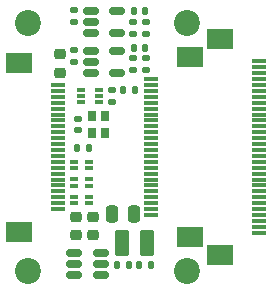
<source format=gts>
%TF.GenerationSoftware,KiCad,Pcbnew,7.0.9*%
%TF.CreationDate,2024-09-28T05:56:50+08:00*%
%TF.ProjectId,cameraadapt,63616d65-7261-4616-9461-70742e6b6963,rev?*%
%TF.SameCoordinates,Original*%
%TF.FileFunction,Soldermask,Top*%
%TF.FilePolarity,Negative*%
%FSLAX46Y46*%
G04 Gerber Fmt 4.6, Leading zero omitted, Abs format (unit mm)*
G04 Created by KiCad (PCBNEW 7.0.9) date 2024-09-28 05:56:50*
%MOMM*%
%LPD*%
G01*
G04 APERTURE LIST*
G04 Aperture macros list*
%AMRoundRect*
0 Rectangle with rounded corners*
0 $1 Rounding radius*
0 $2 $3 $4 $5 $6 $7 $8 $9 X,Y pos of 4 corners*
0 Add a 4 corners polygon primitive as box body*
4,1,4,$2,$3,$4,$5,$6,$7,$8,$9,$2,$3,0*
0 Add four circle primitives for the rounded corners*
1,1,$1+$1,$2,$3*
1,1,$1+$1,$4,$5*
1,1,$1+$1,$6,$7*
1,1,$1+$1,$8,$9*
0 Add four rect primitives between the rounded corners*
20,1,$1+$1,$2,$3,$4,$5,0*
20,1,$1+$1,$4,$5,$6,$7,0*
20,1,$1+$1,$6,$7,$8,$9,0*
20,1,$1+$1,$8,$9,$2,$3,0*%
G04 Aperture macros list end*
%ADD10RoundRect,0.135000X0.135000X0.185000X-0.135000X0.185000X-0.135000X-0.185000X0.135000X-0.185000X0*%
%ADD11C,2.200000*%
%ADD12R,1.300000X0.300000*%
%ADD13R,2.200000X1.800000*%
%ADD14R,0.800000X0.900000*%
%ADD15RoundRect,0.015000X0.275000X-0.135000X0.275000X0.135000X-0.275000X0.135000X-0.275000X-0.135000X0*%
%ADD16RoundRect,0.140000X-0.140000X-0.170000X0.140000X-0.170000X0.140000X0.170000X-0.140000X0.170000X0*%
%ADD17RoundRect,0.140000X-0.170000X0.140000X-0.170000X-0.140000X0.170000X-0.140000X0.170000X0.140000X0*%
%ADD18RoundRect,0.135000X-0.185000X0.135000X-0.185000X-0.135000X0.185000X-0.135000X0.185000X0.135000X0*%
%ADD19RoundRect,0.135000X0.185000X-0.135000X0.185000X0.135000X-0.185000X0.135000X-0.185000X-0.135000X0*%
%ADD20RoundRect,0.250000X-0.375000X-0.850000X0.375000X-0.850000X0.375000X0.850000X-0.375000X0.850000X0*%
%ADD21RoundRect,0.150000X0.512500X0.150000X-0.512500X0.150000X-0.512500X-0.150000X0.512500X-0.150000X0*%
%ADD22R,0.700000X0.340000*%
%ADD23RoundRect,0.225000X0.250000X-0.225000X0.250000X0.225000X-0.250000X0.225000X-0.250000X-0.225000X0*%
%ADD24RoundRect,0.250000X0.250000X0.475000X-0.250000X0.475000X-0.250000X-0.475000X0.250000X-0.475000X0*%
%ADD25RoundRect,0.150000X-0.512500X-0.150000X0.512500X-0.150000X0.512500X0.150000X-0.512500X0.150000X0*%
%ADD26RoundRect,0.218750X0.256250X-0.218750X0.256250X0.218750X-0.256250X0.218750X-0.256250X-0.218750X0*%
%ADD27RoundRect,0.135000X-0.135000X-0.185000X0.135000X-0.185000X0.135000X0.185000X-0.135000X0.185000X0*%
%ADD28RoundRect,0.218750X-0.256250X0.218750X-0.256250X-0.218750X0.256250X-0.218750X0.256250X0.218750X0*%
G04 APERTURE END LIST*
D10*
%TO.C,R13*%
X-1590000Y-100000D03*
X-2610000Y-100000D03*
%TD*%
D11*
%TO.C,H4*%
X6750000Y10500000D03*
%TD*%
D12*
%TO.C,J5*%
X-4200001Y5250000D03*
X-4200001Y4750000D03*
X-4200001Y4250000D03*
X-4200001Y3750000D03*
X-4200001Y3250000D03*
X-4200001Y2750000D03*
X-4200001Y2250000D03*
X-4200001Y1750000D03*
X-4200001Y1250000D03*
X-4200001Y750000D03*
X-4200001Y250000D03*
X-4200001Y-250000D03*
X-4200001Y-750000D03*
X-4200001Y-1250000D03*
X-4200001Y-1750000D03*
X-4200001Y-2250000D03*
X-4200001Y-2750000D03*
X-4200001Y-3250000D03*
X-4200001Y-3750000D03*
X-4200001Y-4250000D03*
X-4200001Y-4750000D03*
X-4200001Y-5250000D03*
D13*
X-7450001Y7150000D03*
X-7450001Y-7150000D03*
%TD*%
D14*
%TO.C,X1*%
X-1350000Y2600000D03*
X-1350000Y1200000D03*
X-250000Y1200000D03*
X-250000Y2600000D03*
%TD*%
D15*
%TO.C,L4*%
X-2855000Y-1775000D03*
X-1545000Y-1775000D03*
X-1545000Y-1225000D03*
X-2855000Y-1225000D03*
%TD*%
D11*
%TO.C,H1*%
X-6750000Y10500000D03*
%TD*%
D16*
%TO.C,C6*%
X2220000Y11500000D03*
X3180000Y11500000D03*
%TD*%
D17*
%TO.C,C4*%
X-2800000Y11580000D03*
X-2800000Y10620000D03*
%TD*%
D15*
%TO.C,L3*%
X-2855000Y-3275000D03*
X-1545000Y-3275000D03*
X-1545000Y-2725000D03*
X-2855000Y-2725000D03*
%TD*%
D18*
%TO.C,R7*%
X400000Y4810000D03*
X400000Y3790000D03*
%TD*%
D19*
%TO.C,R4*%
X3300000Y9590000D03*
X3300000Y10610000D03*
%TD*%
D18*
%TO.C,R3*%
X2200000Y10610000D03*
X2200000Y9590000D03*
%TD*%
D17*
%TO.C,C3*%
X-2500000Y2380000D03*
X-2500000Y1420000D03*
%TD*%
D20*
%TO.C,L6*%
X1225000Y-8100000D03*
X3375000Y-8100000D03*
%TD*%
D21*
%TO.C,U1*%
X-562500Y-10850000D03*
X-562500Y-9900000D03*
X-562500Y-8950000D03*
X-2837500Y-8950000D03*
X-2837500Y-9900000D03*
X-2837500Y-10850000D03*
%TD*%
D17*
%TO.C,C5*%
X-2800000Y8180000D03*
X-2800000Y7220000D03*
%TD*%
D18*
%TO.C,R5*%
X2200000Y7510000D03*
X2200000Y6490000D03*
%TD*%
D22*
%TO.C,Q1*%
X-750000Y3800000D03*
X-750000Y4300000D03*
X-750000Y4800000D03*
X-2250000Y4800000D03*
X-2250000Y4300000D03*
X-2250000Y3800000D03*
%TD*%
D10*
%TO.C,R1*%
X3700000Y-10000000D03*
X2680000Y-10000000D03*
%TD*%
D23*
%TO.C,C1*%
X-1200000Y-5925000D03*
X-1200000Y-7475000D03*
%TD*%
D12*
%TO.C,J1*%
X12800000Y7250000D03*
X12800000Y6750000D03*
X12800000Y6250000D03*
X12800000Y5750000D03*
X12800000Y5250000D03*
X12800000Y4750000D03*
X12800000Y4250000D03*
X12800000Y3750000D03*
X12800000Y3250000D03*
X12800000Y2750000D03*
X12800000Y2250000D03*
X12800000Y1750000D03*
X12800000Y1250000D03*
X12800000Y750000D03*
X12800000Y250000D03*
X12800000Y-250000D03*
X12800000Y-750000D03*
X12800000Y-1250000D03*
X12800000Y-1750000D03*
X12800000Y-2250000D03*
X12800000Y-2750000D03*
X12800000Y-3250000D03*
X12800000Y-3750000D03*
X12800000Y-4250000D03*
X12800000Y-4750000D03*
X12800000Y-5250000D03*
X12800000Y-5750000D03*
X12800000Y-6250000D03*
X12800000Y-6750000D03*
X12800000Y-7250000D03*
D13*
X9550000Y9150000D03*
X9550000Y-9150000D03*
%TD*%
D24*
%TO.C,C2*%
X2250000Y-5700000D03*
X350000Y-5700000D03*
%TD*%
D25*
%TO.C,U4*%
X-1437500Y8150000D03*
X-1437500Y7200000D03*
X-1437500Y6250000D03*
X837500Y6250000D03*
X837500Y8150000D03*
%TD*%
D16*
%TO.C,C7*%
X2220000Y8400000D03*
X3180000Y8400000D03*
%TD*%
D11*
%TO.C,H2*%
X6750000Y-10500000D03*
%TD*%
D19*
%TO.C,R6*%
X3300000Y6490000D03*
X3300000Y7510000D03*
%TD*%
D10*
%TO.C,R2*%
X1810000Y-10000000D03*
X790000Y-10000000D03*
%TD*%
D15*
%TO.C,L2*%
X-2855000Y-4775000D03*
X-1545000Y-4775000D03*
X-1545000Y-4225000D03*
X-2855000Y-4225000D03*
%TD*%
D26*
%TO.C,L5*%
X-4000000Y6312500D03*
X-4000000Y7887500D03*
%TD*%
D27*
%TO.C,R8*%
X1280000Y4800000D03*
X2300000Y4800000D03*
%TD*%
D12*
%TO.C,J2*%
X3700000Y-5750000D03*
X3700000Y-5250000D03*
X3700000Y-4750000D03*
X3700000Y-4250000D03*
X3700000Y-3750000D03*
X3700000Y-3250000D03*
X3700000Y-2750000D03*
X3700000Y-2250000D03*
X3700000Y-1750000D03*
X3700000Y-1250000D03*
X3700000Y-750000D03*
X3700000Y-250000D03*
X3700000Y250000D03*
X3700000Y750000D03*
X3700000Y1250000D03*
X3700000Y1750000D03*
X3700000Y2250000D03*
X3700000Y2750000D03*
X3700000Y3250000D03*
X3700000Y3750000D03*
X3700000Y4250000D03*
X3700000Y4750000D03*
X3700000Y5250000D03*
X3700000Y5750000D03*
D13*
X6950000Y-7650000D03*
X6950000Y7650000D03*
%TD*%
D28*
%TO.C,L1*%
X-2700000Y-5912500D03*
X-2700000Y-7487500D03*
%TD*%
D11*
%TO.C,H3*%
X-6750000Y-10500000D03*
%TD*%
D25*
%TO.C,U3*%
X-1437500Y11550000D03*
X-1437500Y10600000D03*
X-1437500Y9650000D03*
X837500Y9650000D03*
X837500Y11550000D03*
%TD*%
M02*

</source>
